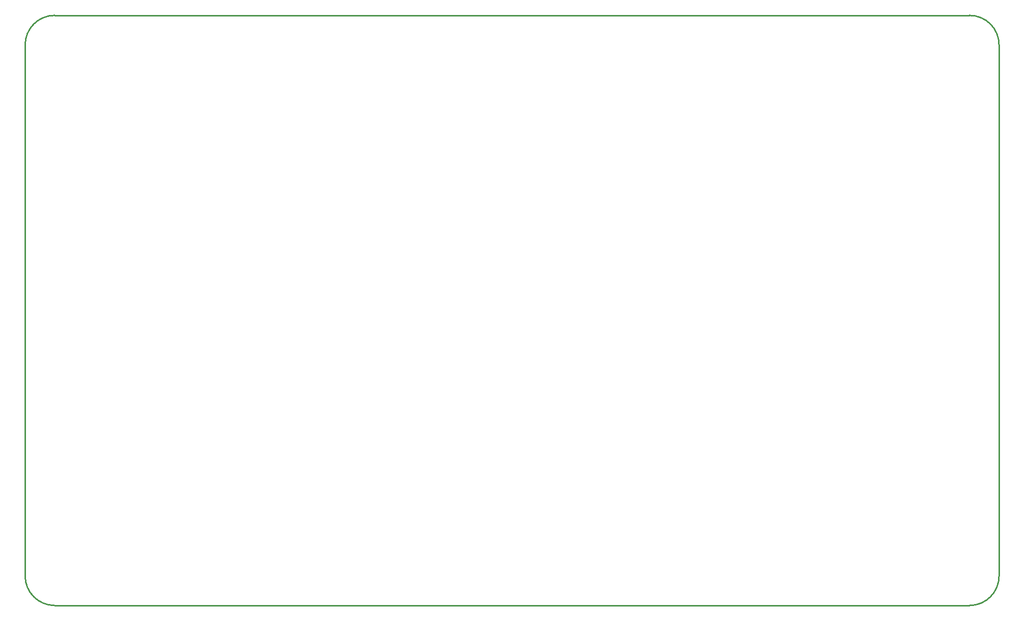
<source format=gko>
G04 Layer: BoardOutlineLayer*
G04 EasyEDA v6.5.20, 2022-11-29 04:13:21*
G04 a67cddfb3fce44daa9051d46cbbcc19f,10*
G04 Gerber Generator version 0.2*
G04 Scale: 100 percent, Rotated: No, Reflected: No *
G04 Dimensions in inches *
G04 leading zeros omitted , absolute positions ,3 integer and 6 decimal *
%FSLAX36Y36*%
%MOIN*%

%ADD10C,0.0100*%
D10*
X0Y196849D02*
G01*
X0Y3740149D01*
X6299200Y0D02*
G01*
X196849Y0D01*
X6496049Y3740149D02*
G01*
X6496049Y196849D01*
X196849Y3936999D02*
G01*
X6299200Y3936999D01*
G75*
G01*
X6299200Y3937000D02*
G02*
X6496050Y3740150I0J-196850D01*
G75*
G01*
X6496050Y196850D02*
G02*
X6299200Y0I-196850J0D01*
G75*
G01*
X196850Y0D02*
G02*
X0Y196850I0J196850D01*
G75*
G01*
X0Y3740150D02*
G02*
X196850Y3937000I196850J0D01*

%LPD*%
M02*

</source>
